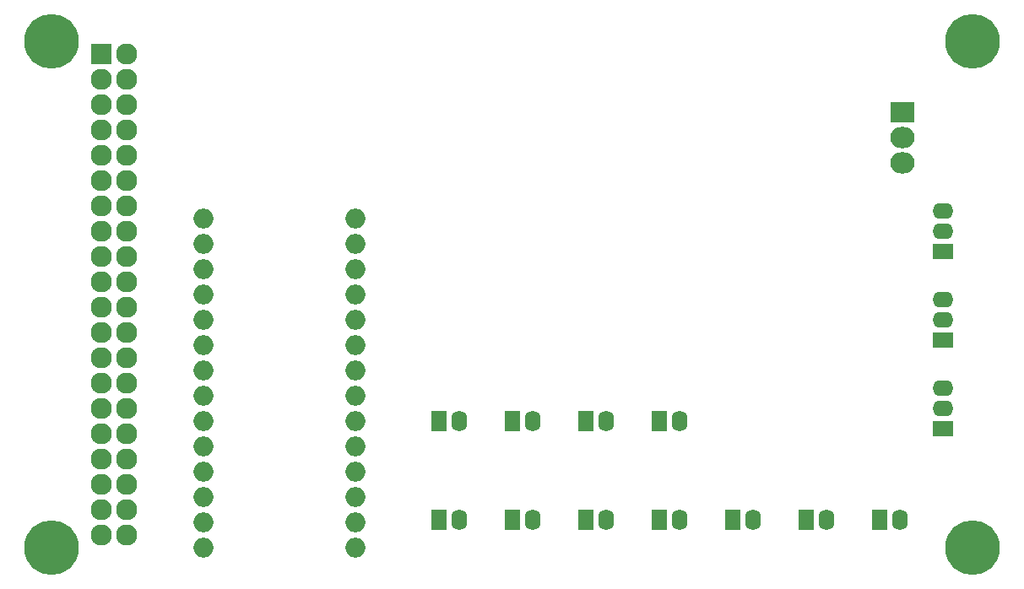
<source format=gbs>
G04 #@! TF.FileFunction,Soldermask,Bot*
%FSLAX46Y46*%
G04 Gerber Fmt 4.6, Leading zero omitted, Abs format (unit mm)*
G04 Created by KiCad (PCBNEW 4.0.1-stable) date 2016/05/21 11:41:20*
%MOMM*%
G01*
G04 APERTURE LIST*
%ADD10C,0.100000*%
%ADD11R,1.598880X2.099260*%
%ADD12O,1.598880X2.099260*%
%ADD13R,2.432000X2.127200*%
%ADD14O,2.432000X2.127200*%
%ADD15R,2.099260X1.598880*%
%ADD16O,2.099260X1.598880*%
%ADD17R,2.127200X2.127200*%
%ADD18O,2.127200X2.127200*%
%ADD19O,2.000000X2.000000*%
%ADD20C,5.480000*%
G04 APERTURE END LIST*
D10*
D11*
X165369240Y-100076000D03*
D12*
X167370760Y-100076000D03*
D11*
X158003240Y-100076000D03*
D12*
X160004760Y-100076000D03*
D11*
X150637240Y-100076000D03*
D12*
X152638760Y-100076000D03*
D11*
X143271240Y-100076000D03*
D12*
X145272760Y-100076000D03*
D11*
X135905240Y-100076000D03*
D12*
X137906760Y-100076000D03*
D11*
X128539240Y-100076000D03*
D12*
X130540760Y-100076000D03*
D11*
X121173240Y-100076000D03*
D12*
X123174760Y-100076000D03*
D13*
X167640000Y-59182000D03*
D14*
X167640000Y-61722000D03*
X167640000Y-64262000D03*
D15*
X171704000Y-90898980D03*
D16*
X171704000Y-88900000D03*
X171704000Y-86901020D03*
D15*
X171704000Y-82008980D03*
D16*
X171704000Y-80010000D03*
X171704000Y-78011020D03*
D15*
X171704000Y-73118980D03*
D16*
X171704000Y-71120000D03*
X171704000Y-69121020D03*
D11*
X135905240Y-90170000D03*
D12*
X137906760Y-90170000D03*
D11*
X121173240Y-90170000D03*
D12*
X123174760Y-90170000D03*
D11*
X128539240Y-90170000D03*
D12*
X130540760Y-90170000D03*
D11*
X143271240Y-90170000D03*
D12*
X145272760Y-90170000D03*
D17*
X87299800Y-53340000D03*
D18*
X87299800Y-55880000D03*
X87299800Y-58420000D03*
X87299800Y-60960000D03*
X87299800Y-63500000D03*
X87299800Y-66040000D03*
X87299800Y-68580000D03*
X87299800Y-71120000D03*
X87299800Y-73660000D03*
X87299800Y-76200000D03*
X87299800Y-78740000D03*
X87299800Y-81280000D03*
X87299800Y-83820000D03*
X87299800Y-86360000D03*
X87299800Y-88900000D03*
X87299800Y-91440000D03*
X87299800Y-93980000D03*
X87299800Y-96520000D03*
X87299800Y-99060000D03*
X87299800Y-101600000D03*
X89839800Y-53340000D03*
X89839800Y-55880000D03*
X89839800Y-58420000D03*
X89839800Y-60960000D03*
X89839800Y-63500000D03*
X89839800Y-66040000D03*
X89839800Y-68580000D03*
X89839800Y-71120000D03*
X89839800Y-73660000D03*
X89839800Y-76200000D03*
X89839800Y-78740000D03*
X89839800Y-81280000D03*
X89839800Y-83820000D03*
X89839800Y-86360000D03*
X89839800Y-88900000D03*
X89839800Y-91440000D03*
X89839800Y-93980000D03*
X89839800Y-96520000D03*
X89839800Y-99060000D03*
X89839800Y-101600000D03*
D19*
X112776000Y-102870000D03*
X112776000Y-100330000D03*
X112776000Y-97790000D03*
X112776000Y-95250000D03*
X112776000Y-92710000D03*
X112776000Y-90170000D03*
X112776000Y-87630000D03*
X112776000Y-85090000D03*
X112776000Y-82550000D03*
X112776000Y-80010000D03*
X112776000Y-77470000D03*
X112776000Y-74930000D03*
X112776000Y-72390000D03*
X112776000Y-69850000D03*
X97536000Y-69850000D03*
X97536000Y-72390000D03*
X97536000Y-74930000D03*
X97536000Y-77470000D03*
X97536000Y-80010000D03*
X97536000Y-82550000D03*
X97536000Y-85090000D03*
X97536000Y-87630000D03*
X97536000Y-90170000D03*
X97536000Y-92710000D03*
X97536000Y-95250000D03*
X97536000Y-97790000D03*
X97536000Y-100330000D03*
X97536000Y-102870000D03*
D20*
X82321400Y-52070000D03*
X82321400Y-102870000D03*
X174701200Y-52070000D03*
X174701200Y-102844600D03*
M02*

</source>
